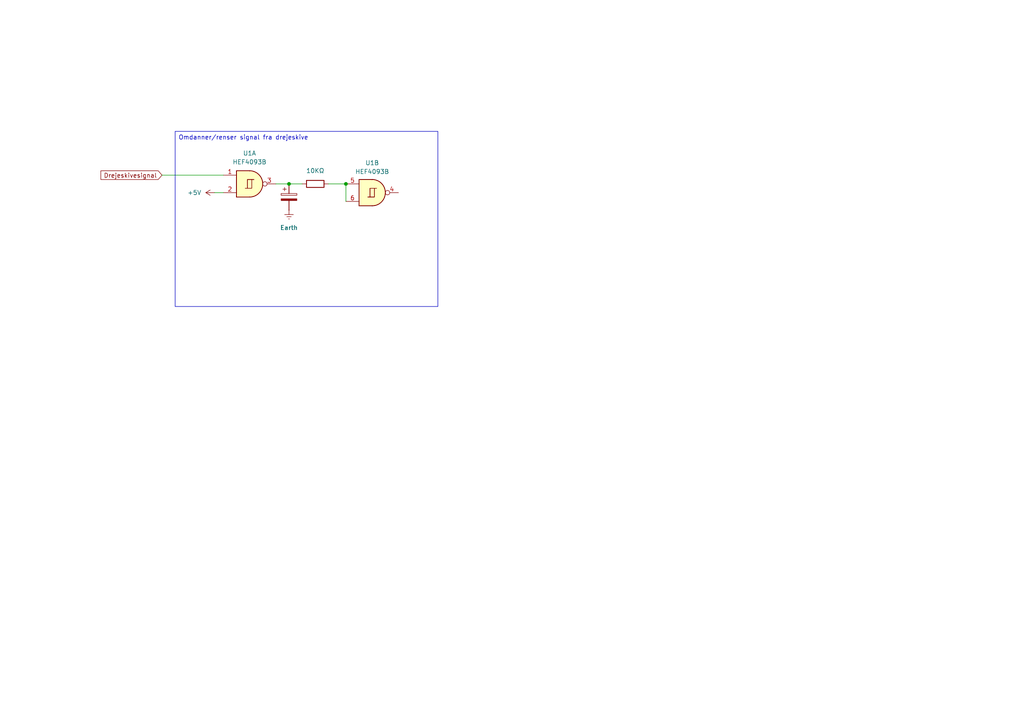
<source format=kicad_sch>
(kicad_sch (version 20231120) (generator "eeschema") (generator_version "8.0")
  (paper "A4")
  (lib_symbols
    (symbol "4xxx:HEF4093B" (pin_names (offset 1.016))
      (property "Reference" "U" (at 0 1.27 0))
      (property "Value" "HEF4093B" (at 0 -1.27 0))
      (symbol "HEF4093B_1_0"
        (polyline (pts (xy -0.635 -1.27) (xy -0.635 1.27) (xy 0.635 1.27)))
        (polyline (pts (xy -0.635 -1.27) (xy -0.635 1.27) (xy 0.635 1.27)))
        (polyline (pts (xy -1.27 -1.27) (xy 0.635 -1.27) (xy 0.635 1.27) (xy 1.27 1.27)))
        (polyline (pts (xy -1.27 -1.27) (xy 0.635 -1.27) (xy 0.635 1.27) (xy 1.27 1.27)))
      )
      (symbol "HEF4093B_1_1"
        (arc (start 0 -3.81) (mid 3.7934 0) (end 0 3.81) (stroke (width 0.254)) (fill (type background)))
        (polyline (pts (xy 0 3.81) (xy -3.81 3.81) (xy -3.81 -3.81) (xy 0 -3.81)) (stroke (width 0.254)) (fill (type background)))
        (pin input line (at -7.62 2.54 0) (length 3.81) (name "~") (number "1"))
        (pin input line (at -7.62 -2.54 0) (length 3.81) (name "~") (number "2"))
        (pin output inverted (at 7.62 0 180) (length 3.81) (name "~") (number "3"))
      )
      (symbol "HEF4093B_1_2"
        (arc (start -3.81 -3.81) (mid -2.589 0) (end -3.81 3.81) (stroke (width 0.254)))
        (arc (start -0.6096 -3.81) (mid 2.1842 -2.5851) (end 3.81 0) (stroke (width 0.254)) (fill (type background)))
        (polyline (pts (xy -3.81 -3.81) (xy -0.635 -3.81)) (stroke (width 0.254)) (fill (type background)))
        (polyline (pts (xy -3.81 3.81) (xy -0.635 3.81)) (stroke (width 0.254)) (fill (type background)))
        (polyline (pts (xy -0.635 3.81) (xy -3.81 3.81) (xy -3.81 3.81) (xy -3.556 3.4036) (xy -3.0226 2.2606) (xy -2.6924 1.0414) (xy -2.6162 -0.254) (xy -2.7686 -1.4986) (xy -3.175 -2.7178) (xy -3.81 -3.81) (xy -3.81 -3.81) (xy -0.635 -3.81)) (stroke (width -25.4)) (fill (type background)))
        (arc (start 3.81 0) (mid 2.1915 2.5936) (end -0.6096 3.81) (stroke (width 0.254)) (fill (type background)))
        (pin input inverted (at -7.62 2.54 0) (length 4.318) (name "~") (number "1"))
        (pin input inverted (at -7.62 -2.54 0) (length 4.318) (name "~") (number "2"))
        (pin output line (at 7.62 0 180) (length 3.81) (name "~") (number "3"))
      )
      (symbol "HEF4093B_2_0"
        (polyline (pts (xy -0.635 -1.27) (xy -0.635 1.27) (xy 0.635 1.27)))
        (polyline (pts (xy -0.635 -1.27) (xy -0.635 1.27) (xy 0.635 1.27)))
        (polyline (pts (xy -1.27 -1.27) (xy 0.635 -1.27) (xy 0.635 1.27) (xy 1.27 1.27)))
        (polyline (pts (xy -1.27 -1.27) (xy 0.635 -1.27) (xy 0.635 1.27) (xy 1.27 1.27)))
      )
      (symbol "HEF4093B_2_1"
        (arc (start 0 -3.81) (mid 3.7934 0) (end 0 3.81) (stroke (width 0.254)) (fill (type background)))
        (polyline (pts (xy 0 3.81) (xy -3.81 3.81) (xy -3.81 -3.81) (xy 0 -3.81)) (stroke (width 0.254)) (fill (type background)))
        (pin output inverted (at 7.62 0 180) (length 3.81) (name "~") (number "4"))
        (pin input line (at -7.62 2.54 0) (length 3.81) (name "~") (number "5"))
        (pin input line (at -7.62 -2.54 0) (length 3.81) (name "~") (number "6"))
      )
      (symbol "HEF4093B_2_2"
        (arc (start -3.81 -3.81) (mid -2.589 0) (end -3.81 3.81) (stroke (width 0.254)))
        (arc (start -0.6096 -3.81) (mid 2.1842 -2.5851) (end 3.81 0) (stroke (width 0.254)) (fill (type background)))
        (polyline (pts (xy -3.81 -3.81) (xy -0.635 -3.81)) (stroke (width 0.254)) (fill (type background)))
        (polyline (pts (xy -3.81 3.81) (xy -0.635 3.81)) (stroke (width 0.254)) (fill (type background)))
        (polyline (pts (xy -0.635 3.81) (xy -3.81 3.81) (xy -3.81 3.81) (xy -3.556 3.4036) (xy -3.0226 2.2606) (xy -2.6924 1.0414) (xy -2.6162 -0.254) (xy -2.7686 -1.4986) (xy -3.175 -2.7178) (xy -3.81 -3.81) (xy -3.81 -3.81) (xy -0.635 -3.81)) (stroke (width -25.4)) (fill (type background)))
        (arc (start 3.81 0) (mid 2.1915 2.5936) (end -0.6096 3.81) (stroke (width 0.254)) (fill (type background)))
        (pin output line (at 7.62 0 180) (length 3.81) (name "~") (number "4"))
        (pin input inverted (at -7.62 2.54 0) (length 4.318) (name "~") (number "5"))
        (pin input inverted (at -7.62 -2.54 0) (length 4.318) (name "~") (number "6"))
      )
      (symbol "HEF4093B_3_0"
        (polyline (pts (xy -0.635 -1.27) (xy -0.635 1.27) (xy 0.635 1.27)))
        (polyline (pts (xy -0.635 -1.27) (xy -0.635 1.27) (xy 0.635 1.27)))
        (polyline (pts (xy -1.27 -1.27) (xy 0.635 -1.27) (xy 0.635 1.27) (xy 1.27 1.27)))
        (polyline (pts (xy -1.27 -1.27) (xy 0.635 -1.27) (xy 0.635 1.27) (xy 1.27 1.27)))
      )
      (symbol "HEF4093B_3_1"
        (arc (start 0 -3.81) (mid 3.7934 0) (end 0 3.81) (stroke (width 0.254)) (fill (type background)))
        (polyline (pts (xy 0 3.81) (xy -3.81 3.81) (xy -3.81 -3.81) (xy 0 -3.81)) (stroke (width 0.254)) (fill (type background)))
        (pin output inverted (at 7.62 0 180) (length 3.81) (name "~") (number "10"))
        (pin input line (at -7.62 2.54 0) (length 3.81) (name "~") (number "8"))
        (pin input line (at -7.62 -2.54 0) (length 3.81) (name "~") (number "9"))
      )
      (symbol "HEF4093B_3_2"
        (arc (start -3.81 -3.81) (mid -2.589 0) (end -3.81 3.81) (stroke (width 0.254)))
        (arc (start -0.6096 -3.81) (mid 2.1842 -2.5851) (end 3.81 0) (stroke (width 0.254)) (fill (type background)))
        (polyline (pts (xy -3.81 -3.81) (xy -0.635 -3.81)) (stroke (width 0.254)) (fill (type background)))
        (polyline (pts (xy -3.81 3.81) (xy -0.635 3.81)) (stroke (width 0.254)) (fill (type background)))
        (polyline (pts (xy -0.635 3.81) (xy -3.81 3.81) (xy -3.81 3.81) (xy -3.556 3.4036) (xy -3.0226 2.2606) (xy -2.6924 1.0414) (xy -2.6162 -0.254) (xy -2.7686 -1.4986) (xy -3.175 -2.7178) (xy -3.81 -3.81) (xy -3.81 -3.81) (xy -0.635 -3.81)) (stroke (width -25.4)) (fill (type background)))
        (arc (start 3.81 0) (mid 2.1915 2.5936) (end -0.6096 3.81) (stroke (width 0.254)) (fill (type background)))
        (pin output line (at 7.62 0 180) (length 3.81) (name "~") (number "10"))
        (pin input inverted (at -7.62 2.54 0) (length 4.318) (name "~") (number "8"))
        (pin input inverted (at -7.62 -2.54 0) (length 4.318) (name "~") (number "9"))
      )
      (symbol "HEF4093B_4_0"
        (polyline (pts (xy -0.635 -1.27) (xy -0.635 1.27) (xy 0.635 1.27)))
        (polyline (pts (xy -0.635 -1.27) (xy -0.635 1.27) (xy 0.635 1.27)))
        (polyline (pts (xy -1.27 -1.27) (xy 0.635 -1.27) (xy 0.635 1.27) (xy 1.27 1.27)))
        (polyline (pts (xy -1.27 -1.27) (xy 0.635 -1.27) (xy 0.635 1.27) (xy 1.27 1.27)))
      )
      (symbol "HEF4093B_4_1"
        (arc (start 0 -3.81) (mid 3.7934 0) (end 0 3.81) (stroke (width 0.254)) (fill (type background)))
        (polyline (pts (xy 0 3.81) (xy -3.81 3.81) (xy -3.81 -3.81) (xy 0 -3.81)) (stroke (width 0.254)) (fill (type background)))
        (pin output inverted (at 7.62 0 180) (length 3.81) (name "~") (number "11"))
        (pin input line (at -7.62 2.54 0) (length 3.81) (name "~") (number "12"))
        (pin input line (at -7.62 -2.54 0) (length 3.81) (name "~") (number "13"))
      )
      (symbol "HEF4093B_4_2"
        (arc (start -3.81 -3.81) (mid -2.589 0) (end -3.81 3.81) (stroke (width 0.254)))
        (arc (start -0.6096 -3.81) (mid 2.1842 -2.5851) (end 3.81 0) (stroke (width 0.254)) (fill (type background)))
        (polyline (pts (xy -3.81 -3.81) (xy -0.635 -3.81)) (stroke (width 0.254)) (fill (type background)))
        (polyline (pts (xy -3.81 3.81) (xy -0.635 3.81)) (stroke (width 0.254)) (fill (type background)))
        (polyline (pts (xy -0.635 3.81) (xy -3.81 3.81) (xy -3.81 3.81) (xy -3.556 3.4036) (xy -3.0226 2.2606) (xy -2.6924 1.0414) (xy -2.6162 -0.254) (xy -2.7686 -1.4986) (xy -3.175 -2.7178) (xy -3.81 -3.81) (xy -3.81 -3.81) (xy -0.635 -3.81)) (stroke (width -25.4)) (fill (type background)))
        (arc (start 3.81 0) (mid 2.1915 2.5936) (end -0.6096 3.81) (stroke (width 0.254)) (fill (type background)))
        (pin output line (at 7.62 0 180) (length 3.81) (name "~") (number "11"))
        (pin input inverted (at -7.62 2.54 0) (length 4.318) (name "~") (number "12"))
        (pin input inverted (at -7.62 -2.54 0) (length 4.318) (name "~") (number "13"))
      )
      (symbol "HEF4093B_5_0"
        (pin power_in line (at 0 12.7 270) (length 5.08) (name "VCC") (number "14"))
        (pin power_in line (at 0 -12.7 90) (length 5.08) (name "GND") (number "7"))
      )
      (symbol "HEF4093B_5_1"
        (rectangle (start -5.08 7.62) (end 5.08 -7.62) (stroke (width 0.254)) (fill (type background)))
      )
    )
    (symbol "Device:C_Polarized" (pin_numbers hide) (pin_names (offset 0.254))
      (property "Reference" "C" (at 0.635 2.54 0))
      (property "Value" "C_Polarized" (at 0.635 -2.54 0))
      (symbol "C_Polarized_0_1"
        (rectangle (start -2.286 0.508) (end 2.286 1.016))
        (polyline (pts (xy -1.778 2.286) (xy -0.762 2.286)))
        (polyline (pts (xy -1.27 2.794) (xy -1.27 1.778)))
        (rectangle (start 2.286 -0.508) (end -2.286 -1.016) (fill (type outline)))
      )
      (symbol "C_Polarized_1_1"
        (pin passive line (at 0 3.81 270) (length 2.794) (name "~") (number "1"))
        (pin passive line (at 0 -3.81 90) (length 2.794) (name "~") (number "2"))
      )
    )
    (symbol "Device:R" (pin_numbers hide) (pin_names (offset 0))
      (property "Reference" "R" (at 2.032 0 90))
      (property "Value" "R" (at 0 0 90))
      (symbol "R_0_1"
        (rectangle (start -1.016 -2.54) (end 1.016 2.54) (stroke (width 0.254)))
      )
      (symbol "R_1_1"
        (pin passive line (at 0 3.81 270) (length 1.27) (name "~") (number "1"))
        (pin passive line (at 0 -3.81 90) (length 1.27) (name "~") (number "2"))
      )
    )
    (symbol "power:+5V" (power) (pin_numbers hide) (pin_names (offset 0) hide)
      (property "Value" "+5V" (at 0 3.556 0))
      (symbol "+5V_0_1"
        (polyline (pts (xy -0.762 1.27) (xy 0 2.54)))
        (polyline (pts (xy 0 0) (xy 0 2.54)))
        (polyline (pts (xy 0 2.54) (xy 0.762 1.27)))
      )
      (symbol "+5V_1_1"
        (pin power_in line (at 0 0 90) (length 0) (name "~") (number "1"))
      )
    )
    (symbol "power:Earth" (power) (pin_numbers hide) (pin_names (offset 0) hide)
      (property "Value" "Earth" (at 0 -3.81 0))
      (symbol "Earth_0_1"
        (polyline (pts (xy -0.635 -1.905) (xy 0.635 -1.905)))
        (polyline (pts (xy -0.127 -2.54) (xy 0.127 -2.54)))
        (polyline (pts (xy 0 -1.27) (xy 0 0)))
        (polyline (pts (xy 1.27 -1.27) (xy -1.27 -1.27)))
      )
      (symbol "Earth_1_1"
        (pin power_in line (at 0 0 270) (length 0) (name "~") (number "1"))
      )
    )
  )
  (junction (at 83.82 53.34))
  (junction (at 100.33 53.34))
  (wire (pts (xy 62.23 55.88) (xy 64.77 55.88)))
  (wire (pts (xy 100.33 53.34) (xy 100.33 58.42)))
  (wire (pts (xy 83.82 53.34) (xy 87.63 53.34)))
  (wire (pts (xy 64.77 50.8) (xy 46.99 50.8)))
  (wire (pts (xy 95.25 53.34) (xy 100.33 53.34)))
  (wire (pts (xy 83.82 53.34) (xy 80.01 53.34)))
  (text_box "Omdanner/renser signal fra drejeskive\n" (at 50.8 38.1 0) (size 76.2 50.8) (effects (font (size 1.27 1.27)) (justify left top)))
  (global_label "Drejeskivesignal" (shape input) (at 46.99 50.8 180) (property "Intersheetrefs" "${INTERSHEET_REFS}" (effects (hide yes))))
  (symbol (lib_id "Device:C_Polarized") (at 83.82 57.15 0) (unit 1)
    (property "Reference" "C1" (effects (hide yes)))
    (property "Value" "C_Polarized" (effects (hide yes)))
    (property "Description" "Polarized capacitor" (effects (hide yes)))
  )
  (symbol (lib_id "4xxx:HEF4093B") (at 107.95 55.88 0) (unit 2)
    (property "Reference" "U1" (at 107.95 47.244 0))
    (property "Value" "HEF4093B" (at 107.95 49.784 0))
    (property "Datasheet" "https://assets.nexperia.com/documents/data-sheet/HEF4093B.pdf" (effects (hide yes)))
    (property "Description" "Quad 2-Input NAND Schmitt Trigger, SOIC-14" (effects (hide yes)))
  )
  (symbol (lib_id "4xxx:HEF4093B") (at 72.39 53.34 0) (unit 1)
    (property "Reference" "U1" (at 72.3817 44.45 0))
    (property "Value" "HEF4093B" (at 72.3817 46.99 0))
    (property "Datasheet" "https://assets.nexperia.com/documents/data-sheet/HEF4093B.pdf" (effects (hide yes)))
    (property "Description" "Quad 2-Input NAND Schmitt Trigger, SOIC-14" (effects (hide yes)))
  )
  (symbol (lib_id "power:+5V") (at 62.23 55.88 90) (unit 1)
    (property "Reference" "#PWR02" (effects (hide yes)))
    (property "Value" "+5V" (at 58.42 55.8799 90) (effects (justify left)))
    (property "Description" "Power symbol creates a global label with name \"+5V\"" (effects (hide yes)))
  )
  (symbol (lib_id "power:Earth") (at 83.82 60.96 0) (unit 1)
    (property "Reference" "#PWR01" (effects (hide yes)))
    (property "Value" "Earth" (at 83.82 66.04 0))
    (property "Description" "Power symbol creates a global label with name \"Earth\"" (effects (hide yes)))
  )
  (symbol (lib_id "Device:R") (at 91.44 53.34 90) (unit 1)
    (property "Reference" "R1" (effects (hide yes)))
    (property "Value" "10KΩ" (at 91.44 49.53 90))
    (property "Description" "Resistor" (effects (hide yes)))
  )
)
</source>
